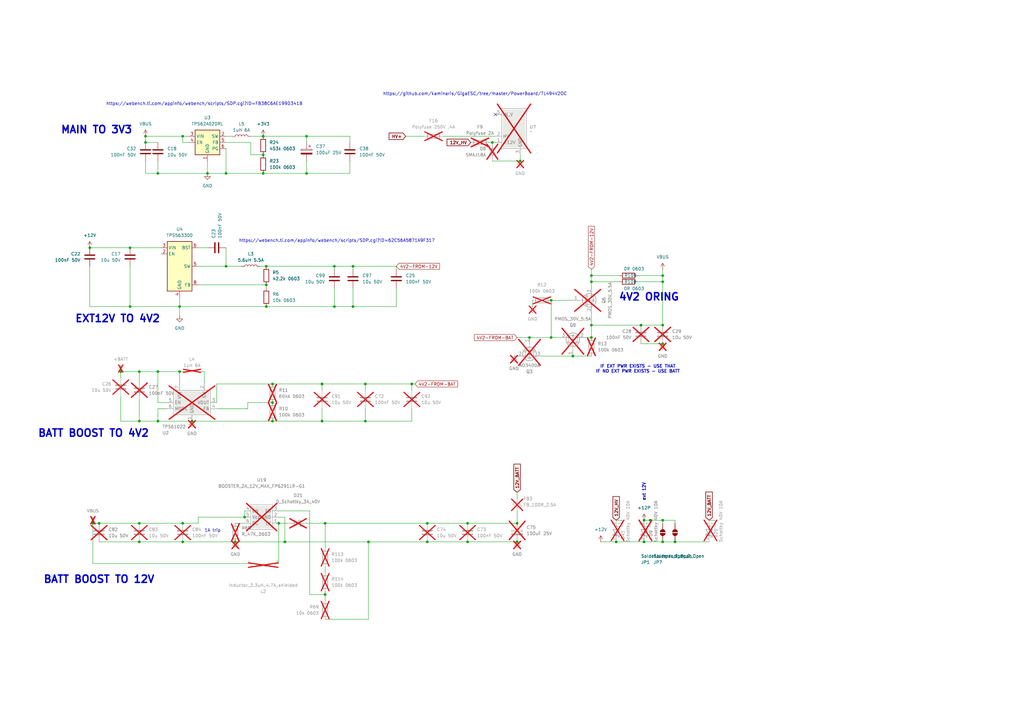
<source format=kicad_sch>
(kicad_sch (version 20250114) (generator "eeschema") (generator_version "9.0")
  (paper "A3")
  (title_block (title "VehicleMan") (date "2025-03-04") (rev "0") (company "©CC-BY-NC"))
  (lib_symbols
    (symbol "Converter_DCDC:TPS61022"
      (property "Reference" "U" (at 0 7.62 0))
      (property "Value" "TPS61022" (at 7.62 -7.62 0))
      (symbol "TPS61022_1_1"
        (pin input line (at -10.16 0 0) (length 2.54) (name "EN") (number "5"))
        (pin input line (at -10.16 -2.54 0) (length 2.54) (name "MODE") (number "6"))
        (pin power_in line (at -5.08 7.62 270) (length 2.54) (name "VIN") (number "7"))
        (pin power_in line (at 0 -7.62 90) (length 2.54) (name "GND") (number "1"))
        (pin input line (at 5.08 7.62 270) (length 2.54) (name "SW") (number "2"))
        (pin power_out line (at 10.16 0 180) (length 2.54) (name "VOUT") (number "3"))
        (pin input line (at 10.16 -2.54 180) (length 2.54) (name "FB") (number "4"))
      )
    )
    (symbol "Device:C" (pin_numbers (hide yes)) (pin_names (offset 0.254))
      (property "Reference" "C" (at 0.635 2.54 0))
      (property "Value" "C" (at 0.635 -2.54 0))
      (symbol "C_1_1"
        (pin passive line (at 0 3.81 270) (length 2.794) (name "~") (number "1"))
        (pin passive line (at 0 -3.81 90) (length 2.794) (name "~") (number "2"))
      )
    )
    (symbol "Device:C_Polarized" (pin_numbers (hide yes)) (pin_names (offset 0.254))
      (property "Reference" "C" (at 0.635 2.54 0))
      (property "Value" "C_Polarized" (at 0.635 -2.54 0))
      (symbol "C_Polarized_1_1"
        (pin passive line (at 0 3.81 270) (length 2.794) (name "~") (number "1"))
        (pin passive line (at 0 -3.81 90) (length 2.794) (name "~") (number "2"))
      )
    )
    (symbol "Device:D_Schottky_AAK" (pin_names (offset 0) (hide yes))
      (property "Reference" "D" (at 0 2.54 0))
      (property "Value" "D_Schottky_AAK" (at 0 -2.54 0))
      (symbol "D_Schottky_AAK_1_1"
        (pin passive line (at -3.81 0 0) (length 2.54) (name "K") (number "3"))
        (pin passive line (at 5.08 2.54 180) (length 2.54) (name "A") (number "1"))
        (pin passive line (at 5.08 0 180) (length 2.54) (name "A") (number "2"))
      )
    )
    (symbol "Device:L" (pin_numbers (hide yes)) (pin_names (offset 1.016) (hide yes))
      (property "Reference" "L" (at -1.27 0 90))
      (property "Value" "L" (at 1.905 0 90))
      (symbol "L_1_1"
        (pin passive line (at 0 3.81 270) (length 1.27) (name "1") (number "1"))
        (pin passive line (at 0 -3.81 90) (length 1.27) (name "2") (number "2"))
      )
    )
    (symbol "Device:Polyfuse" (pin_numbers (hide yes)) (pin_names (offset 0))
      (property "Reference" "F" (at -2.54 0 90))
      (property "Value" "Polyfuse" (at 2.54 0 90))
      (symbol "Polyfuse_1_1"
        (pin passive line (at 0 3.81 270) (length 1.27) (name "~") (number "1"))
        (pin passive line (at 0 -3.81 90) (length 1.27) (name "~") (number "2"))
      )
    )
    (symbol "Device:R" (pin_numbers (hide yes)) (pin_names (offset 0))
      (property "Reference" "R" (at 2.032 0 90))
      (property "Value" "R" (at 0 0 90))
      (symbol "R_1_1"
        (pin passive line (at 0 3.81 270) (length 1.27) (name "~") (number "1"))
        (pin passive line (at 0 -3.81 90) (length 1.27) (name "~") (number "2"))
      )
    )
    (symbol "Diode:SMAJ18A" (pin_numbers (hide yes)) (pin_names (offset 1.016) (hide yes))
      (property "Reference" "D" (at 0 2.54 0))
      (property "Value" "SMAJ18A" (at 0 -2.54 0))
      (symbol "SMAJ18A_1_1"
        (pin passive line (at -3.81 0 0) (length 2.54) (name "A1") (number "1"))
        (pin passive line (at 3.81 0 180) (length 2.54) (name "A2") (number "2"))
      )
    )
    (symbol "Jumper:SolderJumper_2_Open" (pin_numbers (hide yes)) (pin_names (offset 0) (hide yes)) (exclude_from_sim yes) (in_bom no)
      (property "Reference" "JP" (at 0 2.032 0))
      (property "Value" "SolderJumper_2_Open" (at 0 -2.54 0))
      (symbol "SolderJumper_2_Open_1_1"
        (pin passive line (at -3.81 0 0) (length 2.54) (name "A") (number "1"))
        (pin passive line (at 3.81 0 180) (length 2.54) (name "B") (number "2"))
      )
    )
    (symbol "Regulator_Switching:TPS563300"
      (property "Reference" "U" (at 0 13.97 0))
      (property "Value" "TPS563300" (at 0 11.43 0))
      (symbol "TPS563300_1_1"
        (pin power_in line (at -7.62 7.62 0) (length 2.54) (name "VIN") (number "3"))
        (pin input line (at -7.62 5.08 0) (length 2.54) (name "EN") (number "2"))
        (pin no_connect line (at -5.08 -2.54 0) (length 2.54) (hide yes) (name "NC") (number "7"))
        (pin no_connect line (at -5.08 -5.08 0) (length 2.54) (hide yes) (name "NC") (number "1"))
        (pin power_in line (at 0 -12.7 90) (length 2.54) (name "GND") (number "4"))
        (pin passive line (at 7.62 7.62 180) (length 2.54) (name "BST") (number "6"))
        (pin output line (at 7.62 0 180) (length 2.54) (name "SW") (number "5"))
        (pin input line (at 7.62 -7.62 180) (length 2.54) (name "FB") (number "8"))
      )
    )
    (symbol "Regulator_Switching:TPS62A02DRL"
      (property "Reference" "U" (at -5.08 6.35 0))
      (property "Value" "TPS62A02DRL" (at 0 6.35 0))
      (symbol "TPS62A02DRL_1_1"
        (pin power_in line (at -7.62 2.54 0) (length 2.54) (name "VIN") (number "3"))
        (pin input line (at -7.62 0 0) (length 2.54) (name "EN") (number "4"))
        (pin power_in line (at 0 -7.62 90) (length 2.54) (name "GND") (number "1"))
        (pin power_out line (at 7.62 2.54 180) (length 2.54) (name "SW") (number "2"))
        (pin input line (at 7.62 0 180) (length 2.54) (name "FB") (number "5"))
        (pin open_collector line (at 7.62 -2.54 180) (length 2.54) (name "PG") (number "6"))
      )
    )
    (symbol "Skrubis:BOOSTER_2A_12V_MAX_FP6291LR-G1"
      (property "Reference" "U?" (at 0.635 16.51 0))
      (property "Value" "BOOSTER_2A_12V_MAX_FP6291LR-G1" (at 0.635 15.24 0))
      (property "LCSC" "C18701" (at 0.635 13.97 0))
      (property "STOCK" "N" (at 0 0 0))
      (symbol "BOOSTER_2A_12V_MAX_FP6291LR-G1_1_1"
        (pin power_out line (at -7.62 -5.08 0) (length 2.54) (name "LX") (number "1"))
        (pin power_in line (at -7.62 -7.62 0) (length 2.54) (name "GND") (number "2"))
        (pin input line (at -7.62 -10.16 0) (length 2.54) (name "FB") (number "3"))
        (pin input line (at 6.35 -5.08 180) (length 2.54) (name "OC") (number "6"))
        (pin power_in line (at 6.35 -7.62 180) (length 2.54) (name "Vcc") (number "5"))
        (pin input line (at 6.35 -10.16 180) (length 2.54) (name "EN") (number "4"))
      )
    )
    (symbol "Skrubis:D_Schottky_3A_40V" (pin_numbers (hide yes)) (pin_names (offset 1.016) (hide yes))
      (property "Reference" "D?" (at 0 2.54 0))
      (property "Value" "D_Schottky_3A_40V" (at 0 -3.81 0))
      (property "LCSC" "C354996" (at 0 -2.54 0))
      (property "Stock" "N" (at 2.54 -2.54 0))
      (symbol "D_Schottky_3A_40V_1_1"
        (pin passive line (at -3.81 0 0) (length 2.54) (name "K") (number "1"))
        (pin passive line (at 3.81 0 180) (length 2.54) (name "A") (number "2"))
      )
    )
    (symbol "Skrubis:FB_100R_2.5A" (pin_numbers (hide yes)) (pin_names (offset 0))
      (property "Reference" "FB?" (at -0.0381 6.35 90))
      (property "Value" "FB_100R_2.5A" (at 3.81 3.81 90))
      (property "STOCK" "N" (at 0 0 0))
      (symbol "FB_100R_2.5A_1_1"
        (pin passive line (at 0 2.54 270) (length 1.27) (name "~") (number "1"))
        (pin passive line (at 0 -2.54 90) (length 1.27) (name "~") (number "2"))
      )
    )
    (symbol "Skrubis:Inductor_3.3uH_4.7A_shielded" (pin_numbers (hide yes)) (pin_names (offset 0))
      (property "Reference" "L?" (at 0 6.35 0))
      (property "Value" "Inductor_3.3uH_4.7A_shielded" (at 0 3.81 0))
      (property "LCSC" "C216194" (at -1.27 2.54 0))
      (property "STOCK" "N" (at 2.54 2.54 0))
      (symbol "Inductor_3.3uH_4.7A_shielded_1_1"
        (pin input line (at -6.35 0 0) (length 1.27) (name "1") (number "1"))
        (pin input line (at 6.35 0 180) (length 1.27) (name "2") (number "2"))
      )
    )
    (symbol "Skrubis:Q_PMOS_30V_5.5A_SOT23" (pin_names (offset 0) (hide yes))
      (property "Reference" "Q?" (at 6.35 1.2701 0))
      (property "Value" "Q_PMOS_30V_5.5A_SOT23" (at 6.35 -1.2699 0))
      (property "LCSC" "C105162" (at 0 0 0))
      (property "STOCK" "N" (at 0 0 0))
      (symbol "Q_PMOS_30V_5.5A_SOT23_1_1"
        (pin input line (at -5.08 0 0) (length 2.54) (name "G") (number "1"))
        (pin passive line (at 2.54 5.08 270) (length 2.54) (name "D") (number "3"))
        (pin passive line (at 2.54 -5.08 90) (length 2.54) (name "S") (number "2"))
      )
    )
    (symbol "Skrubis:R_100K_0603" (pin_numbers (hide yes)) (pin_names (offset 0))
      (property "Reference" "R?" (at 2.54 3.8101 0))
      (property "Value" "R_100K_0603" (at 2.54 1.2701 0))
      (property "LCSC" "C2907088" (at 2.54 -1.2699 0))
      (property "STOCK" "N" (at 2.54 -3.8099 0))
      (symbol "R_100K_0603_1_1"
        (pin passive line (at 0 3.81 270) (length 1.27) (name "~") (number "1"))
        (pin passive line (at 0 -3.81 90) (length 1.27) (name "~") (number "2"))
      )
    )
    (symbol "Transistor_FET:AO3400A" (pin_names (hide yes))
      (property "Reference" "Q" (at 5.08 1.905 0))
      (property "Value" "AO3400A" (at 5.08 0 0))
      (symbol "AO3400A_1_1"
        (pin input line (at -5.08 0 0) (length 2.54) (name "G") (number "1"))
        (pin passive line (at 2.54 5.08 270) (length 2.54) (name "D") (number "3"))
        (pin passive line (at 2.54 -5.08 90) (length 2.54) (name "S") (number "2"))
      )
    )
    (symbol "power:+12P" (power) (pin_numbers (hide yes)) (pin_names (offset 0) (hide yes))
      (property "Value" "+12P" (at 0 3.556 0))
      (symbol "+12P_1_1"
        (pin power_in line (at 0 0 90) (length 0) (name "~") (number "1"))
      )
    )
    (symbol "power:+12V" (power) (pin_numbers (hide yes)) (pin_names (offset 0) (hide yes))
      (property "Value" "+12V" (at 0 3.556 0))
      (symbol "+12V_1_1"
        (pin power_in line (at 0 0 90) (length 0) (name "~") (number "1"))
      )
    )
    (symbol "power:+3V3" (power) (pin_numbers (hide yes)) (pin_names (offset 0) (hide yes))
      (property "Value" "+3V3" (at 0 3.556 0))
      (symbol "+3V3_1_1"
        (pin power_in line (at 0 0 90) (length 0) (name "~") (number "1"))
      )
    )
    (symbol "power:+BATT" (power) (pin_numbers (hide yes)) (pin_names (offset 0) (hide yes))
      (property "Value" "+BATT" (at 0 3.556 0))
      (symbol "+BATT_1_1"
        (pin power_in line (at 0 0 90) (length 0) (name "~") (number "1"))
      )
    )
    (symbol "power:GND" (power) (pin_numbers (hide yes)) (pin_names (offset 0) (hide yes))
      (property "Value" "GND" (at 0 -3.81 0))
      (symbol "GND_1_1"
        (pin power_in line (at 0 0 270) (length 0) (name "~") (number "1"))
      )
    )
    (symbol "power:VBUS" (power) (pin_numbers (hide yes)) (pin_names (offset 0) (hide yes))
      (property "Value" "VBUS" (at 0 3.556 0))
      (symbol "VBUS_1_1"
        (pin power_in line (at 0 0 90) (length 0) (name "~") (number "1"))
      )
    )
    (symbol "vehicle-manager:HV_PS"
      (property "Reference" "U" (at 2.54 0.762 0))
      (symbol "HV_PS_1_1"
        (pin input line (at -3.81 6.35 0) (length 2.54) (name "IN_V") (number "5"))
        (pin input line (at -3.81 -2.54 0) (length 2.54) (name "HV") (number "2"))
        (pin input line (at -3.81 -5.08 0) (length 2.54) (name "+12V") (number "1"))
        (pin input line (at 6.35 -10.16 90) (length 2.54) (name "GND") (number "3"))
      )
    )
  )
  (text "BATT BOOST TO 4V2\n" (at 38.354 177.8 0) (effects (font (size 3 3) (thickness 0.6) (bold yes))))
  (text "1A trip\n" (at 83.82 218.44 0) (effects (font (size 1.27 1.27)) (justify left bottom)))
  (text "IF EXT PWR EXISTS - USE THAT\nIF NO EXT PWR EXISTS - USE BATT\n" (at 261.62 151.384 0) (effects (font (size 1.27 1.27) (thickness 0.254) (bold yes))))
  (text "https://github.com/kaminaris/GigaESC/tree/master/PowerBoard/TL494V2OC" (at 194.818 38.608 0) (effects (font (size 1.27 1.27))))
  (text "4V2 ORING\n" (at 266.192 121.92 0) (effects (font (size 3 3) (thickness 0.6) (bold yes))))
  (text "https://webench.ti.com/appinfo/webench/scripts/SDP.cgi?ID=62C56A5871A9F317" (at 138.176 98.806 0) (effects (font (size 1.27 1.27))))
  (text "MAIN TO 3V3\n" (at 39.624 53.34 0) (effects (font (size 3 3) (thickness 0.6) (bold yes))))
  (text "EXT12V TO 4V2\n" (at 48.26 130.81 0) (effects (font (size 3 3) (thickness 0.6) (bold yes))))
  (text "https://webench.ti.com/appinfo/webench/scripts/SDP.cgi?ID=FB38C6AE199D341B" (at 83.82 42.672 0) (effects (font (size 1.27 1.27))))
  (text "BATT BOOST TO 12V\n" (at 40.64 237.744 0) (effects (font (size 3 3) (thickness 0.6) (bold yes))))
  (text "ext 12V\n" (at 264.16 201.676 90) (effects (font (size 1.27 1.27) (thickness 0.254) (bold yes))))
  (junction (at 175.26 214.63))
  (junction (at 74.93 214.63))
  (junction (at 78.74 172.72))
  (junction (at 242.57 113.03))
  (junction (at 201.93 58.42))
  (junction (at 271.78 222.25))
  (junction (at 53.34 125.73))
  (junction (at 57.15 152.4))
  (junction (at 116.84 222.25))
  (junction (at 59.69 58.42))
  (junction (at 109.22 116.84))
  (junction (at 137.16 125.73))
  (junction (at 212.09 222.25))
  (junction (at 53.34 101.6))
  (junction (at 234.95 146.05))
  (junction (at 175.26 222.25))
  (junction (at 49.53 152.4))
  (junction (at 271.78 140.97))
  (junction (at 271.78 213.36))
  (junction (at 276.86 222.25))
  (junction (at 114.3 214.63))
  (junction (at 252.73 222.25))
  (junction (at 125.73 55.88))
  (junction (at 212.09 214.63))
  (junction (at 109.22 125.73))
  (junction (at 226.06 123.19))
  (junction (at 137.16 109.22))
  (junction (at 125.73 71.12))
  (junction (at 133.35 214.63))
  (junction (at 73.66 152.4))
  (junction (at 111.76 172.72))
  (junction (at 85.09 71.12))
  (junction (at 266.7 213.36))
  (junction (at 144.78 125.73))
  (junction (at 149.86 172.72))
  (junction (at 242.57 115.57))
  (junction (at 109.22 109.22))
  (junction (at 57.15 222.25))
  (junction (at 64.77 152.4))
  (junction (at 64.77 71.12))
  (junction (at 242.57 133.35))
  (junction (at 144.78 109.22))
  (junction (at 92.71 71.12))
  (junction (at 264.16 213.36))
  (junction (at 226.06 138.43))
  (junction (at 100.33 212.09))
  (junction (at 111.76 157.48))
  (junction (at 133.35 243.84))
  (junction (at 74.93 55.88))
  (junction (at 271.78 133.35))
  (junction (at 59.69 55.88))
  (junction (at 57.15 172.72))
  (junction (at 107.95 63.5))
  (junction (at 217.17 138.43))
  (junction (at 264.16 222.25))
  (junction (at 132.08 157.48))
  (junction (at 107.95 55.88))
  (junction (at 191.77 222.25))
  (junction (at 191.77 214.63))
  (junction (at 64.77 172.72))
  (junction (at 57.15 214.63))
  (junction (at 111.76 165.1))
  (junction (at 96.52 222.25))
  (junction (at 38.1 214.63))
  (junction (at 151.13 222.25))
  (junction (at 92.71 109.22))
  (junction (at 74.93 222.25))
  (junction (at 132.08 172.72))
  (junction (at 149.86 157.48))
  (junction (at 213.36 66.04))
  (junction (at 73.66 125.73))
  (junction (at 168.91 157.48))
  (junction (at 271.78 113.03))
  (junction (at 262.89 133.35))
  (junction (at 107.95 71.12))
  (junction (at 242.57 138.43))
  (junction (at 36.83 101.6))
  (junction (at 271.78 115.57))
  (junction (at 40.64 214.63))
  (no_connect (at 203.2 46.99))
  (wire (pts (xy 59.69 55.88) (xy 59.69 58.42)))
  (wire (pts (xy 151.13 222.25) (xy 175.26 222.25)))
  (wire (pts (xy 74.93 58.42) (xy 74.93 55.88)))
  (wire (pts (xy 252.73 222.25) (xy 264.16 222.25)))
  (wire (pts (xy 170.18 157.48) (xy 168.91 157.48)))
  (wire (pts (xy 143.51 71.12) (xy 143.51 66.04)))
  (wire (pts (xy 57.15 152.4) (xy 64.77 152.4)))
  (wire (pts (xy 114.3 212.09) (xy 116.84 212.09)))
  (wire (pts (xy 144.78 109.22) (xy 162.56 109.22)))
  (wire (pts (xy 85.09 71.12) (xy 85.09 66.04)))
  (wire (pts (xy 252.73 213.36) (xy 255.27 213.36)))
  (wire (pts (xy 125.73 55.88) (xy 143.51 55.88)))
  (wire (pts (xy 276.86 213.36) (xy 271.78 213.36)))
  (wire (pts (xy 175.26 222.25) (xy 191.77 222.25)))
  (wire (pts (xy 107.95 71.12) (xy 125.73 71.12)))
  (wire (pts (xy 133.35 254) (xy 151.13 254)))
  (wire (pts (xy 144.78 125.73) (xy 162.56 125.73)))
  (wire (pts (xy 266.7 213.36) (xy 271.78 213.36)))
  (wire (pts (xy 226.06 138.43) (xy 229.87 138.43)))
  (wire (pts (xy 64.77 71.12) (xy 85.09 71.12)))
  (wire (pts (xy 276.86 222.25) (xy 290.83 222.25)))
  (wire (pts (xy 38.1 214.63) (xy 40.64 214.63)))
  (wire (pts (xy 261.62 115.57) (xy 271.78 115.57)))
  (wire (pts (xy 40.64 222.25) (xy 57.15 222.25)))
  (wire (pts (xy 127 209.55) (xy 127 243.84)))
  (wire (pts (xy 57.15 163.83) (xy 57.15 172.72)))
  (wire (pts (xy 81.28 212.09) (xy 100.33 212.09)))
  (wire (pts (xy 262.89 133.35) (xy 271.78 133.35)))
  (wire (pts (xy 81.28 101.6) (xy 85.09 101.6)))
  (wire (pts (xy 49.53 152.4) (xy 57.15 152.4)))
  (wire (pts (xy 57.15 172.72) (xy 64.77 172.72)))
  (wire (pts (xy 234.95 146.05) (xy 242.57 146.05)))
  (wire (pts (xy 168.91 172.72) (xy 149.86 172.72)))
  (wire (pts (xy 59.69 55.88) (xy 74.93 55.88)))
  (wire (pts (xy 36.83 125.73) (xy 53.34 125.73)))
  (wire (pts (xy 162.56 109.22) (xy 162.56 110.49)))
  (wire (pts (xy 210.82 146.05) (xy 212.09 146.05)))
  (wire (pts (xy 137.16 109.22) (xy 144.78 109.22)))
  (wire (pts (xy 73.66 152.4) (xy 74.93 152.4)))
  (wire (pts (xy 73.66 125.73) (xy 109.22 125.73)))
  (wire (pts (xy 64.77 165.1) (xy 64.77 152.4)))
  (wire (pts (xy 101.6 167.64) (xy 101.6 165.1)))
  (wire (pts (xy 57.15 222.25) (xy 74.93 222.25)))
  (wire (pts (xy 100.33 209.55) (xy 100.33 212.09)))
  (wire (pts (xy 81.28 116.84) (xy 109.22 116.84)))
  (wire (pts (xy 81.28 214.63) (xy 81.28 212.09)))
  (wire (pts (xy 276.86 214.63) (xy 276.86 213.36)))
  (wire (pts (xy 137.16 109.22) (xy 137.16 110.49)))
  (wire (pts (xy 290.83 213.36) (xy 293.37 213.36)))
  (wire (pts (xy 64.77 172.72) (xy 78.74 172.72)))
  (wire (pts (xy 242.57 115.57) (xy 254 115.57)))
  (wire (pts (xy 132.08 157.48) (xy 132.08 160.02)))
  (wire (pts (xy 111.76 157.48) (xy 132.08 157.48)))
  (wire (pts (xy 175.26 214.63) (xy 191.77 214.63)))
  (wire (pts (xy 92.71 109.22) (xy 99.06 109.22)))
  (wire (pts (xy 92.71 58.42) (xy 102.87 58.42)))
  (wire (pts (xy 49.53 154.94) (xy 49.53 152.4)))
  (wire (pts (xy 101.6 231.14) (xy 38.1 231.14)))
  (wire (pts (xy 59.69 71.12) (xy 59.69 66.04)))
  (wire (pts (xy 111.76 157.48) (xy 88.9 157.48)))
  (wire (pts (xy 149.86 167.64) (xy 149.86 172.72)))
  (wire (pts (xy 133.35 243.84) (xy 133.35 242.57)))
  (wire (pts (xy 114.3 214.63) (xy 118.11 214.63)))
  (wire (pts (xy 144.78 109.22) (xy 144.78 110.49)))
  (wire (pts (xy 109.22 125.73) (xy 137.16 125.73)))
  (wire (pts (xy 36.83 101.6) (xy 53.34 101.6)))
  (wire (pts (xy 111.76 172.72) (xy 78.74 172.72)))
  (wire (pts (xy 59.69 71.12) (xy 64.77 71.12)))
  (wire (pts (xy 109.22 109.22) (xy 137.16 109.22)))
  (wire (pts (xy 36.83 109.22) (xy 36.83 125.73)))
  (wire (pts (xy 242.57 115.57) (xy 242.57 118.11)))
  (wire (pts (xy 96.52 214.63) (xy 100.33 214.63)))
  (wire (pts (xy 168.91 157.48) (xy 149.86 157.48)))
  (wire (pts (xy 83.82 152.4) (xy 83.82 157.48)))
  (wire (pts (xy 242.57 113.03) (xy 242.57 115.57)))
  (wire (pts (xy 64.77 167.64) (xy 64.77 172.72)))
  (wire (pts (xy 125.73 66.04) (xy 125.73 71.12)))
  (wire (pts (xy 271.78 222.25) (xy 276.86 222.25)))
  (wire (pts (xy 74.93 55.88) (xy 77.47 55.88)))
  (wire (pts (xy 59.69 58.42) (xy 64.77 58.42)))
  (wire (pts (xy 102.87 55.88) (xy 107.95 55.88)))
  (wire (pts (xy 49.53 172.72) (xy 57.15 172.72)))
  (wire (pts (xy 226.06 123.19) (xy 226.06 138.43)))
  (wire (pts (xy 234.95 123.19) (xy 226.06 123.19)))
  (wire (pts (xy 64.77 71.12) (xy 64.77 66.04)))
  (wire (pts (xy 242.57 110.49) (xy 242.57 113.03)))
  (wire (pts (xy 74.93 214.63) (xy 81.28 214.63)))
  (wire (pts (xy 264.16 213.36) (xy 266.7 213.36)))
  (wire (pts (xy 212.09 201.93) (xy 212.09 204.47)))
  (wire (pts (xy 143.51 55.88) (xy 143.51 58.42)))
  (wire (pts (xy 132.08 172.72) (xy 111.76 172.72)))
  (wire (pts (xy 88.9 157.48) (xy 88.9 165.1)))
  (wire (pts (xy 64.77 152.4) (xy 73.66 152.4)))
  (wire (pts (xy 127 243.84) (xy 133.35 243.84)))
  (wire (pts (xy 127 209.55) (xy 114.3 209.55)))
  (wire (pts (xy 217.17 138.43) (xy 226.06 138.43)))
  (wire (pts (xy 166.37 55.88) (xy 173.99 55.88)))
  (wire (pts (xy 149.86 172.72) (xy 132.08 172.72)))
  (wire (pts (xy 92.71 71.12) (xy 85.09 71.12)))
  (wire (pts (xy 201.93 58.42) (xy 203.2 58.42)))
  (wire (pts (xy 77.47 58.42) (xy 74.93 58.42)))
  (wire (pts (xy 116.84 222.25) (xy 151.13 222.25)))
  (wire (pts (xy 81.28 109.22) (xy 92.71 109.22)))
  (wire (pts (xy 92.71 60.96) (xy 92.71 71.12)))
  (wire (pts (xy 181.61 55.88) (xy 203.2 55.88)))
  (wire (pts (xy 92.71 71.12) (xy 107.95 71.12)))
  (wire (pts (xy 149.86 157.48) (xy 149.86 160.02)))
  (wire (pts (xy 200.66 58.42) (xy 201.93 58.42)))
  (wire (pts (xy 102.87 58.42) (xy 102.87 63.5)))
  (wire (pts (xy 242.57 133.35) (xy 262.89 133.35)))
  (wire (pts (xy 246.38 222.25) (xy 252.73 222.25)))
  (wire (pts (xy 162.56 125.73) (xy 162.56 118.11)))
  (wire (pts (xy 133.35 243.84) (xy 133.35 246.38)))
  (wire (pts (xy 149.86 157.48) (xy 132.08 157.48)))
  (wire (pts (xy 82.55 152.4) (xy 83.82 152.4)))
  (wire (pts (xy 212.09 209.55) (xy 212.09 214.63)))
  (wire (pts (xy 151.13 222.25) (xy 151.13 254)))
  (wire (pts (xy 271.78 214.63) (xy 271.78 213.36)))
  (wire (pts (xy 125.73 71.12) (xy 143.51 71.12)))
  (wire (pts (xy 109.22 116.84) (xy 109.22 118.11)))
  (wire (pts (xy 213.36 63.5) (xy 213.36 66.04)))
  (wire (pts (xy 242.57 128.27) (xy 242.57 133.35)))
  (wire (pts (xy 57.15 152.4) (xy 57.15 156.21)))
  (wire (pts (xy 125.73 55.88) (xy 125.73 58.42)))
  (wire (pts (xy 53.34 125.73) (xy 73.66 125.73)))
  (wire (pts (xy 38.1 231.14) (xy 38.1 214.63)))
  (wire (pts (xy 132.08 167.64) (xy 132.08 172.72)))
  (wire (pts (xy 271.78 115.57) (xy 271.78 113.03)))
  (wire (pts (xy 107.95 55.88) (xy 125.73 55.88)))
  (wire (pts (xy 102.87 63.5) (xy 107.95 63.5)))
  (wire (pts (xy 144.78 118.11) (xy 144.78 125.73)))
  (wire (pts (xy 73.66 157.48) (xy 73.66 152.4)))
  (wire (pts (xy 261.62 113.03) (xy 271.78 113.03)))
  (wire (pts (xy 68.58 165.1) (xy 64.77 165.1)))
  (wire (pts (xy 168.91 167.64) (xy 168.91 172.72)))
  (wire (pts (xy 53.34 109.22) (xy 53.34 125.73)))
  (wire (pts (xy 73.66 129.54) (xy 73.66 125.73)))
  (wire (pts (xy 106.68 109.22) (xy 109.22 109.22)))
  (wire (pts (xy 114.3 214.63) (xy 114.3 231.14)))
  (wire (pts (xy 74.93 222.25) (xy 96.52 222.25)))
  (wire (pts (xy 53.34 101.6) (xy 66.04 101.6)))
  (wire (pts (xy 49.53 162.56) (xy 49.53 172.72)))
  (wire (pts (xy 88.9 167.64) (xy 101.6 167.64)))
  (wire (pts (xy 92.71 55.88) (xy 95.25 55.88)))
  (wire (pts (xy 242.57 113.03) (xy 254 113.03)))
  (wire (pts (xy 125.73 214.63) (xy 133.35 214.63)))
  (wire (pts (xy 133.35 214.63) (xy 175.26 214.63)))
  (wire (pts (xy 168.91 157.48) (xy 168.91 160.02)))
  (wire (pts (xy 68.58 167.64) (xy 64.77 167.64)))
  (wire (pts (xy 191.77 214.63) (xy 212.09 214.63)))
  (wire (pts (xy 57.15 214.63) (xy 74.93 214.63)))
  (wire (pts (xy 242.57 133.35) (xy 242.57 138.43)))
  (wire (pts (xy 137.16 118.11) (xy 137.16 125.73)))
  (wire (pts (xy 137.16 125.73) (xy 144.78 125.73)))
  (wire (pts (xy 218.44 125.73) (xy 218.44 123.19)))
  (wire (pts (xy 133.35 214.63) (xy 133.35 224.79)))
  (wire (pts (xy 40.64 214.63) (xy 57.15 214.63)))
  (wire (pts (xy 73.66 125.73) (xy 73.66 121.92)))
  (wire (pts (xy 271.78 133.35) (xy 271.78 115.57)))
  (wire (pts (xy 201.93 66.04) (xy 213.36 66.04)))
  (wire (pts (xy 101.6 165.1) (xy 111.76 165.1)))
  (wire (pts (xy 191.77 222.25) (xy 212.09 222.25)))
  (wire (pts (xy 133.35 232.41) (xy 133.35 234.95)))
  (wire (pts (xy 271.78 113.03) (xy 271.78 110.49)))
  (wire (pts (xy 262.89 140.97) (xy 271.78 140.97)))
  (wire (pts (xy 240.03 138.43) (xy 242.57 138.43)))
  (wire (pts (xy 116.84 222.25) (xy 96.52 222.25)))
  (wire (pts (xy 222.25 146.05) (xy 234.95 146.05)))
  (wire (pts (xy 264.16 222.25) (xy 271.78 222.25)))
  (wire (pts (xy 212.09 138.43) (xy 217.17 138.43)))
  (wire (pts (xy 92.71 101.6) (xy 92.71 109.22)))
  (wire (pts (xy 116.84 212.09) (xy 116.84 222.25)))
  (global_label "HV+" (shape input) (at 166.37 55.88 180) (effects (font (thickness 0.254) (bold yes))) (property "Intersheetrefs" "${INTERSHEET_REFS}" (effects (hide yes))))
  (global_label "12V_BATT" (shape input) (at 212.09 201.93 90) (effects (font (thickness 0.254) (bold yes))) (property "Intersheetrefs" "${INTERSHEET_REFS}" (effects (hide yes))))
  (global_label "12V_HV" (shape input) (at 252.73 213.36 90) (effects (font (thickness 0.254) (bold yes))) (property "Intersheetrefs" "${INTERSHEET_REFS}" (effects (hide yes))))
  (global_label "4V2-FROM-12V" (shape input) (at 162.56 109.22 0) (property "Intersheetrefs" "${INTERSHEET_REFS}" (effects (hide yes))))
  (global_label "4V2-FROM-BAT" (shape input) (at 212.09 138.43 180) (property "Intersheetrefs" "${INTERSHEET_REFS}" (effects (hide yes))))
  (global_label "4V2-FROM-12V" (shape input) (at 242.57 110.49 90) (property "Intersheetrefs" "${INTERSHEET_REFS}" (effects (hide yes))))
  (global_label "12V_BATT" (shape input) (at 290.83 213.36 90) (effects (font (thickness 0.254) (bold yes))) (property "Intersheetrefs" "${INTERSHEET_REFS}" (effects (hide yes))))
  (global_label "4V2-FROM-BAT" (shape input) (at 170.18 157.48 0) (property "Intersheetrefs" "${INTERSHEET_REFS}" (effects (hide yes))))
  (global_label "12V_HV" (shape input) (at 193.04 58.42 180) (effects (font (thickness 0.254) (bold yes))) (property "Intersheetrefs" "${INTERSHEET_REFS}" (effects (hide yes))))
  (symbol (lib_id "Device:C") (at 168.91 163.83 0) (unit 1) (dnp yes)
    (property "Reference" "C92" (at 172.72 162.5599 0) (effects (justify left)))
    (property "Value" "10u 50V" (at 172.72 165.0999 0) (effects (justify left)))
    (property "Footprint" "Capacitor_SMD:C_1206_3216Metric" (effects (hide yes)))
    (property "Description" "Unpolarized capacitor" (effects (hide yes)))
    (property "LCSC" "C13585" (effects (hide yes)))
  )
  (symbol (lib_id "power:+12V") (at 36.83 101.6 0) (unit 1)
    (property "Reference" "#PWR020" (effects (hide yes)))
    (property "Value" "+12V" (at 36.83 96.52 0))
    (property "Description" "Power symbol creates a global label with name \"+12V\"" (effects (hide yes)))
  )
  (symbol (lib_id "Device:L") (at 99.06 55.88 90) (unit 1)
    (property "Reference" "L5" (at 99.06 50.8 90))
    (property "Value" "1uH 6A" (at 99.06 53.34 90))
    (property "Footprint" "Inductor_SMD:L_APV_APH0412" (effects (hide yes)))
    (property "Datasheet" "https://www.lcsc.com/datasheet/lcsc_datasheet_2410121734_Sumida-CDRH127-LDNP-120MC_C2454046.pdf" (effects (hide yes)))
    (property "Description" "Inductor" (effects (hide yes)))
    (property "LCSC" "C167203" (effects (hide yes)))
  )
  (symbol (lib_id "Device:C") (at 137.16 114.3 0) (mirror y) (unit 1)
    (property "Reference" "C99" (at 133.35 113.0299 0) (effects (justify left)))
    (property "Value" "10u 50V" (at 133.35 115.5699 0) (effects (justify left)))
    (property "Footprint" "Capacitor_SMD:C_1206_3216Metric" (effects (hide yes)))
    (property "Description" "Unpolarized capacitor" (effects (hide yes)))
    (property "LCSC" "C13585" (effects (hide yes)))
  )
  (symbol (lib_id "Device:R") (at 133.35 238.76 0) (unit 1) (dnp yes)
    (property "Reference" "R114" (at 135.89 237.4899 0) (effects (justify left)))
    (property "Value" "100k 0603" (at 135.89 240.0299 0) (effects (justify left)))
    (property "Footprint" "Resistor_SMD:R_0603_1608Metric" (effects (hide yes)))
    (property "Description" "Resistor" (effects (hide yes)))
    (property "LCSC" "C14675" (effects (hide yes)))
  )
  (symbol (lib_id "Device:C") (at 191.77 218.44 0) (mirror y) (unit 1) (dnp yes)
    (property "Reference" "C73" (at 195.58 217.1699 0) (effects (justify right)))
    (property "Value" "100nF 50V" (at 195.58 219.7099 0) (effects (justify right)))
    (property "Footprint" "Capacitor_SMD:C_0603_1608Metric" (effects (hide yes)))
    (property "Description" "Unpolarized capacitor" (effects (hide yes)))
    (property "LCSC" "C14663" (effects (hide yes)))
  )
  (symbol (lib_id "Device:C") (at 64.77 62.23 0) (unit 1)
    (property "Reference" "C18" (at 68.58 60.9599 0) (effects (justify left)))
    (property "Value" "10u 50V" (at 68.58 63.4999 0) (effects (justify left)))
    (property "Footprint" "Capacitor_SMD:C_1206_3216Metric" (effects (hide yes)))
    (property "Description" "Unpolarized capacitor" (effects (hide yes)))
    (property "LCSC" "C13585" (effects (hide yes)))
  )
  (symbol (lib_id "power:GND") (at 210.82 146.05 0) (unit 1) (dnp yes)
    (property "Reference" "#PWR027" (effects (hide yes)))
    (property "Value" "GND" (at 210.82 151.13 0))
  )
  (symbol (lib_id "power:VBUS") (at 59.69 55.88 0) (unit 1)
    (property "Reference" "#PWR08" (effects (hide yes)))
    (property "Value" "VBUS" (at 59.69 50.8 0))
    (property "Description" "Power symbol creates a global label with name \"VBUS\"" (effects (hide yes)))
  )
  (symbol (lib_id "Device:D_Schottky_AAK") (at 290.83 218.44 270) (mirror x) (unit 1) (dnp yes)
    (property "Reference" "D20" (at 293.624 216.662 0) (effects (justify right)))
    (property "Value" "Schottky 40V 10A" (at 295.656 205.232 0) (effects (justify right)))
    (property "Footprint" "Package_TO_SOT_SMD:TO-277B" (effects (hide yes)))
    (property "Description" "Schottky diode, anode on pins 1 and 2" (effects (hide yes)))
    (property "LCSC" "C2988031" (effects (hide yes)))
  )
  (symbol (lib_id "Skrubis:R_100K_0603") (at 96.52 218.44 0) (unit 1) (dnp yes)
    (property "Reference" "R68" (at 99.06 216.535 0) (effects (justify left)))
    (property "Value" "R_47K_0603" (at 99.06 219.075 0) (effects (justify left)))
    (property "Footprint" "Resistor_SMD:R_0603_1608Metric" (effects (hide yes)))
    (property "LCSC" "C2907173" (effects (hide yes)))
    (property "STOCK" "N" (effects (hide yes)))
  )
  (symbol (lib_id "Device:Polyfuse") (at 196.85 58.42 90) (unit 1) (dnp yes)
    (property "Reference" "F9" (at 196.85 52.07 90))
    (property "Value" "Polyfuse 2A" (at 196.85 54.61 90))
    (property "Footprint" "Fuse:Fuse_2920_7451Metric" (effects (hide yes)))
    (property "Description" "Resettable fuse, polymeric positive temperature coefficient" (effects (hide yes)))
    (property "LCSC" "C6165181" (effects (hide yes)))
  )
  (symbol (lib_id "Skrubis:BOOSTER_2A_12V_MAX_FP6291LR-G1") (at 106.68 219.71 180) (unit 1) (dnp yes)
    (property "Reference" "U19" (at 107.315 196.85 0))
    (property "Value" "BOOSTER_2A_12V_MAX_FP6291LR-G1" (at 107.315 199.39 0))
    (property "Footprint" "Package_TO_SOT_SMD:SOT-23-6" (effects (hide yes)))
    (property "Datasheet" "https://datasheet.lcsc.com/lcsc/1810182113_Advanced-Analog-Technology-FP6291LR-G1_C18701.pdf" (effects (hide yes)))
    (property "LCSC" "C18701" (effects (hide yes)))
    (property "STOCK" "N" (effects (hide yes)))
  )
  (symbol (lib_id "power:VBUS") (at 38.1 214.63 0) (unit 1) (dnp yes)
    (property "Reference" "#PWR083" (effects (hide yes)))
    (property "Value" "VBUS" (at 38.1 209.55 0))
  )
  (symbol (lib_id "power:GND") (at 212.09 222.25 0) (unit 1) (dnp yes)
    (property "Reference" "#PWR086" (effects (hide yes)))
    (property "Value" "GND" (at 212.09 227.33 0))
  )
  (symbol (lib_id "Device:C") (at 175.26 218.44 0) (unit 1) (dnp yes)
    (property "Reference" "C74" (at 179.07 217.1699 0) (effects (justify left)))
    (property "Value" "10u 50V" (at 179.07 219.7099 0) (effects (justify left)))
    (property "Footprint" "Capacitor_SMD:C_1206_3216Metric" (effects (hide yes)))
    (property "Description" "Unpolarized capacitor" (effects (hide yes)))
    (property "LCSC" "C13585" (effects (hide yes)))
  )
  (symbol (lib_id "Device:Polyfuse") (at 177.8 55.88 90) (unit 1) (dnp yes)
    (property "Reference" "F16" (at 177.8 49.53 90))
    (property "Value" "Polyfuse 250V .4A" (at 177.8 52.07 90))
    (property "Footprint" "Fuse:Fuse_Bourns_MF-RHT200" (effects (hide yes)))
    (property "Description" "Resettable fuse, polymeric positive temperature coefficient" (effects (hide yes)))
    (property "LCSC" "C693579" (effects (hide yes)))
  )
  (symbol (lib_id "Transistor_FET:AO3400A") (at 217.17 143.51 270) (unit 1) (dnp yes)
    (property "Reference" "Q3" (at 217.17 152.4 90))
    (property "Value" "AO3400A" (at 217.17 149.86 90))
    (property "Footprint" "Package_TO_SOT_SMD:SOT-23" (effects (hide yes)))
    (property "Datasheet" "http://www.aosmd.com/pdfs/datasheet/AO3400A.pdf" (effects (hide yes)))
    (property "Description" "30V Vds, 5.7A Id, N-Channel MOSFET, SOT-23" (effects (hide yes)))
    (property "LCSC" "C347475" (effects (hide yes)))
  )
  (symbol (lib_id "Device:C") (at 74.93 218.44 0) (mirror y) (unit 1) (dnp yes)
    (property "Reference" "C84" (at 78.74 217.1699 0) (effects (justify right)))
    (property "Value" "100nF 50V" (at 78.74 219.7099 0) (effects (justify right)))
    (property "Footprint" "Capacitor_SMD:C_0603_1608Metric" (effects (hide yes)))
    (property "Description" "Unpolarized capacitor" (effects (hide yes)))
    (property "LCSC" "C14663" (effects (hide yes)))
  )
  (symbol (lib_id "Device:C_Polarized") (at 212.09 218.44 0) (mirror y) (unit 1) (dnp yes)
    (property "Reference" "C75" (at 215.9 216.2809 0) (effects (justify right)))
    (property "Value" "100uF 25V" (at 215.9 218.8209 0) (effects (justify right)))
    (property "Footprint" "Capacitor_SMD:CP_Elec_6.3x7.7" (effects (hide yes)))
    (property "Description" "Polarized capacitor" (effects (hide yes)))
    (property "LCSC" " C2918360" (effects (hide yes)))
  )
  (symbol (lib_id "Converter_DCDC:TPS61022") (at 78.74 165.1 0) (unit 1) (dnp yes)
    (property "Reference" "U2" (at 66.548 177.546 0) (effects (justify left)))
    (property "Value" "TPS61022" (at 66.548 175.006 0) (effects (justify left)))
    (property "Footprint" "Package_DFN_QFN:Texas_RWU0007A_VQFN-7_2x2mm_P0.5mm" (effects (hide yes)))
    (property "Datasheet" "https://www.ti.com/lit/ds/symlink/tps61022.pdf" (effects (hide yes)))
    (property "Description" "8A Boost Converter, 0.5-5.5 V input, 2.2-5.5V output, Texas RWU0007A VQFN-7" (effects (hide yes)))
  )
  (symbol (lib_id "power:GND") (at 78.74 172.72 0) (unit 1) (dnp yes)
    (property "Reference" "#PWR016" (effects (hide yes)))
    (property "Value" "GND" (at 78.74 177.8 0))
    (property "Description" "Power symbol creates a global label with name \"GND\" , ground" (effects (hide yes)))
  )
  (symbol (lib_id "Device:C") (at 149.86 163.83 0) (mirror y) (unit 1) (dnp yes)
    (property "Reference" "C72" (at 153.67 162.5599 0) (effects (justify right)))
    (property "Value" "100nF 50V" (at 153.67 165.0999 0) (effects (justify right)))
    (property "Footprint" "Capacitor_SMD:C_0603_1608Metric" (effects (hide yes)))
    (property "Description" "Unpolarized capacitor" (effects (hide yes)))
    (property "LCSC" "C14663" (effects (hide yes)))
  )
  (symbol (lib_id "power:+3V3") (at 107.95 55.88 0) (unit 1)
    (property "Reference" "#PWR03" (effects (hide yes)))
    (property "Value" "+3V3" (at 107.95 50.8 0))
    (property "Description" "Power symbol creates a global label with name \"+3V3\"" (effects (hide yes)))
  )
  (symbol (lib_id "Device:C") (at 143.51 62.23 0) (mirror y) (unit 1)
    (property "Reference" "C38" (at 147.32 60.9599 0) (effects (justify right)))
    (property "Value" "100nF 50V" (at 147.32 63.4999 0) (effects (justify right)))
    (property "Footprint" "Capacitor_SMD:C_0603_1608Metric" (effects (hide yes)))
    (property "Description" "Unpolarized capacitor" (effects (hide yes)))
    (property "LCSC" "C14663" (effects (hide yes)))
  )
  (symbol (lib_id "power:VBUS") (at 271.78 110.49 0) (unit 1)
    (property "Reference" "#PWR018" (effects (hide yes)))
    (property "Value" "VBUS" (at 271.78 105.41 0))
    (property "Description" "Power symbol creates a global label with name \"VBUS\"" (effects (hide yes)))
  )
  (symbol (lib_id "Device:C") (at 40.64 218.44 0) (unit 1) (dnp yes)
    (property "Reference" "C82" (at 44.45 217.1699 0) (effects (justify left)))
    (property "Value" "10u 50V" (at 44.45 219.7099 0) (effects (justify left)))
    (property "Footprint" "Capacitor_SMD:C_1206_3216Metric" (effects (hide yes)))
    (property "Description" "Unpolarized capacitor" (effects (hide yes)))
    (property "LCSC" "C13585" (effects (hide yes)))
  )
  (symbol (lib_id "Device:R") (at 109.22 113.03 0) (unit 1)
    (property "Reference" "R5" (at 111.76 111.7599 0) (effects (justify left)))
    (property "Value" "42.2k 0603" (at 111.76 114.2999 0) (effects (justify left)))
    (property "Footprint" "Resistor_SMD:R_0603_1608Metric" (effects (hide yes)))
    (property "Description" "Resistor" (effects (hide yes)))
    (property "LCSC" "C5126245" (effects (hide yes)))
  )
  (symbol (lib_id "power:+12V") (at 246.38 222.25 0) (unit 1)
    (property "Reference" "#PWR013" (effects (hide yes)))
    (property "Value" "+12V" (at 246.38 217.17 0))
    (property "Description" "Power symbol creates a global label with name \"+12V\"" (effects (hide yes)))
  )
  (symbol (lib_id "Device:R") (at 107.95 67.31 0) (unit 1)
    (property "Reference" "R23" (at 110.49 66.0399 0) (effects (justify left)))
    (property "Value" "100k 0603" (at 110.49 68.5799 0) (effects (justify left)))
    (property "Footprint" "Resistor_SMD:R_0603_1608Metric" (effects (hide yes)))
    (property "Description" "Resistor" (effects (hide yes)))
    (property "LCSC" "C14675" (effects (hide yes)))
  )
  (symbol (lib_id "Device:L") (at 78.74 152.4 90) (unit 1) (dnp yes)
    (property "Reference" "L4" (at 78.74 147.32 90))
    (property "Value" "1uH 6A" (at 78.74 149.86 90))
    (property "Footprint" "Inductor_SMD:L_APV_APH0412" (effects (hide yes)))
    (property "Datasheet" "https://www.lcsc.com/datasheet/lcsc_datasheet_2410121734_Sumida-CDRH127-LDNP-120MC_C2454046.pdf" (effects (hide yes)))
    (property "Description" "Inductor" (effects (hide yes)))
    (property "LCSC" "C167203" (effects (hide yes)))
  )
  (symbol (lib_id "Device:D_Schottky_AAK") (at 252.73 218.44 270) (mirror x) (unit 1) (dnp yes)
    (property "Reference" "D41" (at 255.524 217.424 0) (effects (justify right)))
    (property "Value" "Schottky 40V 10A" (at 257.556 205.232 0) (effects (justify right)))
    (property "Footprint" "Package_TO_SOT_SMD:TO-277B" (effects (hide yes)))
    (property "Description" "Schottky diode, anode on pins 1 and 2" (effects (hide yes)))
    (property "LCSC" "C2988031" (effects (hide yes)))
  )
  (symbol (lib_id "Device:C") (at 132.08 163.83 0) (unit 1) (dnp yes)
    (property "Reference" "C91" (at 135.89 162.5599 0) (effects (justify left)))
    (property "Value" "10u 50V" (at 135.89 165.0999 0) (effects (justify left)))
    (property "Footprint" "Capacitor_SMD:C_1206_3216Metric" (effects (hide yes)))
    (property "Description" "Unpolarized capacitor" (effects (hide yes)))
    (property "LCSC" "C13585" (effects (hide yes)))
  )
  (symbol (lib_id "Jumper:SolderJumper_2_Open") (at 271.78 218.44 90) (unit 1) (in_bom no)
    (property "Reference" "JP1" (at 262.89 230.632 90) (effects (justify right)))
    (property "Value" "SolderJumper_2_Open" (at 262.89 228.092 90) (effects (justify right)))
    (property "Footprint" "Jumper:SolderJumper-2_P1.3mm_Open_Pad1.0x1.5mm" (effects (hide yes)))
    (property "Description" "Solder Jumper, 2-pole, open" (effects (hide yes)))
  )
  (symbol (lib_id "power:GND") (at 85.09 71.12 0) (unit 1)
    (property "Reference" "#PWR028" (effects (hide yes)))
    (property "Value" "GND" (at 85.09 76.2 0))
    (property "Description" "Power symbol creates a global label with name \"GND\" , ground" (effects (hide yes)))
  )
  (symbol (lib_id "power:GND") (at 218.44 125.73 0) (unit 1) (dnp yes)
    (property "Reference" "#PWR026" (effects (hide yes)))
    (property "Value" "GND" (at 218.44 130.81 0))
  )
  (symbol (lib_id "vehicle-manager:HV_PS") (at 207.01 53.34 0) (unit 1) (dnp yes)
    (property "Reference" "U7" (at 217.17 52.0699 0) (effects (justify left)))
    (property "Value" "~" (at 217.17 53.975 0) (effects (justify left)))
    (property "Footprint" "vehicle-manager:GigaESC TL494OC 2.1.0" (effects (hide yes)))
    (property "Datasheet" "https://github.com/kaminaris/GigaESC/tree/master/PowerBoard/TL494V2OC" (effects (hide yes)))
    (property "Description" "200V -> 12V DCDC 2A (?)" (effects (hide yes)))
  )
  (symbol (lib_id "Device:R") (at 109.22 121.92 0) (unit 1)
    (property "Reference" "R6" (at 111.76 120.6499 0) (effects (justify left)))
    (property "Value" "10k 0603" (at 111.76 123.1899 0) (effects (justify left)))
    (property "Footprint" "Resistor_SMD:R_0603_1608Metric" (effects (hide yes)))
    (property "Description" "Resistor" (effects (hide yes)))
    (property "LCSC" "C2930027" (effects (hide yes)))
  )
  (symbol (lib_id "Device:R") (at 111.76 168.91 0) (unit 1) (dnp yes)
    (property "Reference" "R10" (at 114.3 167.6399 0) (effects (justify left)))
    (property "Value" "100k 0603" (at 114.3 170.1799 0) (effects (justify left)))
    (property "Footprint" "Resistor_SMD:R_0603_1608Metric" (effects (hide yes)))
    (property "Description" "Resistor" (effects (hide yes)))
    (property "LCSC" "C14675" (effects (hide yes)))
  )
  (symbol (lib_id "Regulator_Switching:TPS563300") (at 73.66 109.22 0) (unit 1)
    (property "Reference" "U4" (at 73.66 93.98 0))
    (property "Value" "TPS563300" (at 73.66 96.52 0))
    (property "Footprint" "Package_TO_SOT_SMD:SOT-583-8" (effects (hide yes)))
    (property "Datasheet" "https://www.ti.com/lit/ds/symlink/tps563300.pdf" (effects (hide yes)))
    (property "Description" "3.8-28V, 3A Synchronous Buck Converters with pulse frequency modulation (PFM), SOT583-8" (effects (hide yes)))
    (property "LCSC" "C5219249" (effects (hide yes)))
  )
  (symbol (lib_id "Skrubis:Inductor_3.3uH_4.7A_shielded") (at 107.95 231.14 0) (mirror x) (unit 1) (dnp yes)
    (property "Reference" "L2" (at 107.95 242.57 0))
    (property "Value" "Inductor_3.3uH_4.7A_shielded" (at 107.95 240.03 0))
    (property "Footprint" "Inductor_SMD:L_7.3x7.3_H4.5" (effects (hide yes)))
    (property "LCSC" "C216194" (effects (hide yes)))
    (property "STOCK" "N" (effects (hide yes)))
  )
  (symbol (lib_id "Device:L") (at 102.87 109.22 90) (unit 1)
    (property "Reference" "L3" (at 102.87 104.14 90))
    (property "Value" "5.6uH 5.5A" (at 102.87 106.68 90))
    (property "Footprint" "Inductor_SMD:L_KOHERelec_MDA7030" (effects (hide yes)))
    (property "Datasheet" "https://www.lcsc.com/datasheet/lcsc_datasheet_2410121734_Sumida-CDRH127-LDNP-120MC_C2454046.pdf" (effects (hide yes)))
    (property "Description" "Inductor" (effects (hide yes)))
    (property "LCSC" "C475914" (effects (hide yes)))
  )
  (symbol (lib_id "Device:C") (at 144.78 114.3 0) (unit 1)
    (property "Reference" "C97" (at 148.59 113.0299 0) (effects (justify left)))
    (property "Value" "10u 50V" (at 148.59 115.5699 0) (effects (justify left)))
    (property "Footprint" "Capacitor_SMD:C_1206_3216Metric" (effects (hide yes)))
    (property "Description" "Unpolarized capacitor" (effects (hide yes)))
    (property "LCSC" "C13585" (effects (hide yes)))
  )
  (symbol (lib_id "Device:C_Polarized") (at 125.73 62.23 0) (mirror y) (unit 1)
    (property "Reference" "C37" (at 129.54 60.0709 0) (effects (justify right)))
    (property "Value" "100uF 25V" (at 129.54 62.6109 0) (effects (justify right)))
    (property "Footprint" "Capacitor_SMD:CP_Elec_6.3x7.7" (effects (hide yes)))
    (property "Description" "Polarized capacitor" (effects (hide yes)))
    (property "LCSC" " C2918360" (effects (hide yes)))
  )
  (symbol (lib_id "power:+BATT") (at 49.53 152.4 0) (unit 1) (dnp yes)
    (property "Reference" "#PWR07" (effects (hide yes)))
    (property "Value" "+BATT" (at 49.53 147.32 0))
    (property "Description" "Power symbol creates a global label with name \"+BATT\"" (effects (hide yes)))
  )
  (symbol (lib_id "Device:R") (at 133.35 228.6 0) (unit 1) (dnp yes)
    (property "Reference" "R113" (at 135.89 227.3299 0) (effects (justify left)))
    (property "Value" "100k 0603" (at 135.89 229.8699 0) (effects (justify left)))
    (property "Footprint" "Resistor_SMD:R_0603_1608Metric" (effects (hide yes)))
    (property "Description" "Resistor" (effects (hide yes)))
    (property "LCSC" "C14675" (effects (hide yes)))
  )
  (symbol (lib_id "Device:C") (at 36.83 105.41 0) (unit 1)
    (property "Reference" "C22" (at 33.02 104.1399 0) (effects (justify right)))
    (property "Value" "100nF 50V" (at 33.02 106.6799 0) (effects (justify right)))
    (property "Footprint" "Capacitor_SMD:C_0603_1608Metric" (effects (hide yes)))
    (property "Description" "Unpolarized capacitor" (effects (hide yes)))
    (property "LCSC" "C14663" (effects (hide yes)))
  )
  (symbol (lib_id "Device:R") (at 111.76 161.29 0) (unit 1) (dnp yes)
    (property "Reference" "R11" (at 114.3 160.0199 0) (effects (justify left)))
    (property "Value" "604k 0603" (at 114.3 162.5599 0) (effects (justify left)))
    (property "Footprint" "Resistor_SMD:R_0603_1608Metric" (effects (hide yes)))
    (property "Description" "Resistor" (effects (hide yes)))
    (property "LCSC" "C2933246" (effects (hide yes)))
  )
  (symbol (lib_id "Device:R") (at 107.95 59.69 0) (unit 1)
    (property "Reference" "R24" (at 110.49 58.4199 0) (effects (justify left)))
    (property "Value" "453k 0603" (at 110.49 60.9599 0) (effects (justify left)))
    (property "Footprint" "Resistor_SMD:R_0603_1608Metric" (effects (hide yes)))
    (property "Description" "Resistor" (effects (hide yes)))
    (property "LCSC" "C27009" (effects (hide yes)))
  )
  (symbol (lib_id "Device:D_Schottky_AAK") (at 264.16 218.44 270) (mirror x) (unit 1) (dnp yes)
    (property "Reference" "D9" (at 266.954 217.424 0) (effects (justify right)))
    (property "Value" "Schottky 40V 10A" (at 268.986 205.232 0) (effects (justify right)))
    (property "Footprint" "Package_TO_SOT_SMD:TO-277B" (effects (hide yes)))
    (property "Description" "Schottky diode, anode on pins 1 and 2" (effects (hide yes)))
    (property "LCSC" "C2988031" (effects (hide yes)))
  )
  (symbol (lib_id "Device:C") (at 57.15 160.02 0) (mirror y) (unit 1) (dnp yes)
    (property "Reference" "C27" (at 60.96 158.7499 0) (effects (justify right)))
    (property "Value" "100nF 50V" (at 60.96 161.2899 0) (effects (justify right)))
    (property "Footprint" "Capacitor_SMD:C_0603_1608Metric" (effects (hide yes)))
    (property "Description" "Unpolarized capacitor" (effects (hide yes)))
    (property "LCSC" "C14663" (effects (hide yes)))
  )
  (symbol (lib_id "Device:R") (at 242.57 142.24 180) (unit 1) (dnp yes)
    (property "Reference" "R13" (at 245.11 140.9699 0) (effects (justify right)))
    (property "Value" "100k 0603" (at 245.11 143.5099 0) (effects (justify right)))
    (property "Footprint" "Resistor_SMD:R_0603_1608Metric" (effects (hide yes)))
    (property "Description" "Resistor" (effects (hide yes)))
    (property "LCSC" "C14675" (effects (hide yes)))
  )
  (symbol (lib_id "Device:R") (at 257.81 113.03 270) (unit 1)
    (property "Reference" "R109" (at 256.032 113.03 90) (effects (justify left)))
    (property "Value" "0R 0603" (at 255.778 110.236 90) (effects (justify left)))
    (property "Footprint" "Resistor_SMD:R_0603_1608Metric" (effects (hide yes)))
    (property "Description" "Resistor" (effects (hide yes)))
    (property "LCSC" "C21189" (effects (hide yes)))
  )
  (symbol (lib_id "Device:C") (at 59.69 62.23 0) (unit 1)
    (property "Reference" "C32" (at 55.88 60.9599 0) (effects (justify right)))
    (property "Value" "100nF 50V" (at 55.88 63.4999 0) (effects (justify right)))
    (property "Footprint" "Capacitor_SMD:C_0603_1608Metric" (effects (hide yes)))
    (property "Description" "Unpolarized capacitor" (effects (hide yes)))
    (property "LCSC" "C14663" (effects (hide yes)))
  )
  (symbol (lib_id "Device:C") (at 57.15 218.44 0) (unit 1) (dnp yes)
    (property "Reference" "C83" (at 60.96 217.1699 0) (effects (justify left)))
    (property "Value" "10u 50V" (at 60.96 219.7099 0) (effects (justify left)))
    (property "Footprint" "Capacitor_SMD:C_1206_3216Metric" (effects (hide yes)))
    (property "Description" "Unpolarized capacitor" (effects (hide yes)))
    (property "LCSC" "C13585" (effects (hide yes)))
  )
  (symbol (lib_id "Device:C") (at 53.34 105.41 0) (mirror y) (unit 1)
    (property "Reference" "C17" (at 49.53 104.1399 0) (effects (justify left)))
    (property "Value" "10u 50V" (at 49.53 106.6799 0) (effects (justify left)))
    (property "Footprint" "Capacitor_SMD:C_1206_3216Metric" (effects (hide yes)))
    (property "Description" "Unpolarized capacitor" (effects (hide yes)))
    (property "LCSC" "C13585" (effects (hide yes)))
  )
  (symbol (lib_id "Diode:SMAJ18A") (at 201.93 62.23 90) (mirror x) (unit 1) (dnp yes)
    (property "Reference" "D8" (at 199.39 60.9599 90) (effects (justify left)))
    (property "Value" "SMAJ18A" (at 199.39 63.4999 90) (effects (justify left)))
    (property "Footprint" "Diode_SMD:D_SMA" (effects (hide yes)))
    (property "Datasheet" "https://www.littelfuse.com/media?resourcetype=datasheets&itemid=75e32973-b177-4ee3-a0ff-cedaf1abdb93&filename=smaj-datasheet" (effects (hide yes)))
    (property "Description" "400W unidirectional Transient Voltage Suppressor, 18.0Vr, SMA(DO-214AC)" (effects (hide yes)))
  )
  (symbol (lib_id "Device:C") (at 88.9 101.6 90) (mirror x) (unit 1)
    (property "Reference" "C23" (at 87.6299 97.79 0) (effects (justify right)))
    (property "Value" "100nF 50V" (at 90.1699 97.79 0) (effects (justify right)))
    (property "Footprint" "Capacitor_SMD:C_0603_1608Metric" (effects (hide yes)))
    (property "Description" "Unpolarized capacitor" (effects (hide yes)))
    (property "LCSC" "C14663" (effects (hide yes)))
  )
  (symbol (lib_id "Skrubis:FB_100R_2.5A") (at 212.09 207.01 180) (unit 1) (dnp yes)
    (property "Reference" "FB3" (at 214.63 204.508 0) (effects (justify right)))
    (property "Value" "FB_100R_2.5A" (at 214.63 207.048 0) (effects (justify right)))
    (property "Footprint" "Inductor_SMD:L_0603_1608Metric" (effects (hide yes)))
    (property "Datasheet" "https://datasheet.lcsc.com/lcsc/1811111122_FH--Guangdong-Fenghua-Advanced-Tech-CBW201209U101T_C74487.pdf" (effects (hide yes)))
    (property "LCSC" "C96995" (effects (hide yes)))
    (property "STOCK" "N" (effects (hide yes)))
  )
  (symbol (lib_id "power:GND") (at 271.78 140.97 0) (unit 1) (dnp yes)
    (property "Reference" "#PWR025" (effects (hide yes)))
    (property "Value" "GND" (at 271.78 146.05 0))
  )
  (symbol (lib_id "Device:C") (at 162.56 114.3 0) (mirror y) (unit 1)
    (property "Reference" "C25" (at 166.37 113.0299 0) (effects (justify right)))
    (property "Value" "100nF 50V" (at 166.37 115.5699 0) (effects (justify right)))
    (property "Footprint" "Capacitor_SMD:C_0603_1608Metric" (effects (hide yes)))
    (property "Description" "Unpolarized capacitor" (effects (hide yes)))
    (property "LCSC" "C14663" (effects (hide yes)))
  )
  (symbol (lib_id "power:GND") (at 213.36 66.04 0) (unit 1) (dnp yes)
    (property "Reference" "#PWR044" (effects (hide yes)))
    (property "Value" "GND" (at 213.36 71.12 0))
    (property "Description" "Power symbol creates a global label with name \"GND\" , ground" (effects (hide yes)))
  )
  (symbol (lib_id "power:GND") (at 73.66 129.54 0) (unit 1)
    (property "Reference" "#PWR06" (effects (hide yes)))
    (property "Value" "GND" (at 73.66 134.62 0))
    (property "Description" "Power symbol creates a global label with name \"GND\" , ground" (effects (hide yes)))
  )
  (symbol (lib_id "Regulator_Switching:TPS62A02DRL") (at 85.09 58.42 0) (unit 1)
    (property "Reference" "U3" (at 85.09 48.26 0))
    (property "Value" "TPS62A02DRL" (at 85.09 50.8 0))
    (property "Footprint" "Package_TO_SOT_SMD:SOT-563" (effects (hide yes)))
    (property "Datasheet" "https://www.ti.com/lit/gpn/tps62a02" (effects (hide yes)))
    (property "Description" "High Efficiency Synchronous Buck Converter, Adjustable Output 0.6V-5.5V, 2A, Power Good, Enable, SOT-563" (effects (hide yes)))
  )
  (symbol (lib_id "Jumper:SolderJumper_2_Open") (at 276.86 218.44 90) (unit 1) (in_bom no)
    (property "Reference" "JP7" (at 267.97 230.632 90) (effects (justify right)))
    (property "Value" "SolderJumper_2_Open" (at 267.97 228.092 90) (effects (justify right)))
    (property "Footprint" "Jumper:SolderJumper-2_P1.3mm_Open_Pad1.0x1.5mm" (effects (hide yes)))
    (property "Description" "Solder Jumper, 2-pole, open" (effects (hide yes)))
  )
  (symbol (lib_id "Device:R") (at 133.35 250.19 0) (mirror y) (unit 1) (dnp yes)
    (property "Reference" "R69" (at 130.81 248.9199 0) (effects (justify left)))
    (property "Value" "10k 0603" (at 130.81 251.4599 0) (effects (justify left)))
    (property "Footprint" "Resistor_SMD:R_0603_1608Metric" (effects (hide yes)))
    (property "Description" "Resistor" (effects (hide yes)))
    (property "LCSC" "C2930027" (effects (hide yes)))
  )
  (symbol (lib_id "Skrubis:Q_PMOS_30V_5.5A_SOT23") (at 240.03 123.19 0) (unit 1) (dnp yes)
    (property "Reference" "Q6" (at 247.65 123.19 90))
    (property "Value" "PMOS_30V_5.5A" (at 250.19 123.19 90))
    (property "Footprint" "Package_TO_SOT_SMD:SOT-23" (effects (hide yes)))
    (property "Datasheet" "https://datasheet.lcsc.com/lcsc/1810010212_Winsok-Semicon-WST3401_C105162.pdf" (effects (hide yes)))
    (property "LCSC" "C105162" (effects (hide yes)))
    (property "STOCK" "N" (effects (hide yes)))
  )
  (symbol (lib_id "Device:R") (at 222.25 123.19 90) (unit 1) (dnp yes)
    (property "Reference" "R12" (at 222.25 116.84 90))
    (property "Value" "100k 0603" (at 222.25 119.38 90))
    (property "Footprint" "Resistor_SMD:R_0603_1608Metric" (effects (hide yes)))
    (property "Description" "Resistor" (effects (hide yes)))
    (property "LCSC" "C14675" (effects (hide yes)))
  )
  (symbol (lib_id "Device:C") (at 271.78 137.16 0) (unit 1) (dnp yes)
    (property "Reference" "C29" (at 275.59 135.8899 0) (effects (justify left)))
    (property "Value" "10u 50V" (at 275.59 138.4299 0) (effects (justify left)))
    (property "Footprint" "Capacitor_SMD:C_1206_3216Metric" (effects (hide yes)))
    (property "Description" "Unpolarized capacitor" (effects (hide yes)))
    (property "LCSC" "C13585" (effects (hide yes)))
  )
  (symbol (lib_id "power:+12P") (at 264.16 213.36 0) (unit 1)
    (property "Reference" "#PWR056" (effects (hide yes)))
    (property "Value" "+12P" (at 264.16 208.28 0))
    (property "Description" "Power symbol creates a global label with name \"+12P\"" (effects (hide yes)))
  )
  (symbol (lib_id "Device:C") (at 262.89 137.16 0) (unit 1) (dnp yes)
    (property "Reference" "C28" (at 259.08 135.8899 0) (effects (justify right)))
    (property "Value" "100nF 50V" (at 259.08 138.4299 0) (effects (justify right)))
    (property "Footprint" "Capacitor_SMD:C_0603_1608Metric" (effects (hide yes)))
    (property "Description" "Unpolarized capacitor" (effects (hide yes)))
    (property "LCSC" "C14663" (effects (hide yes)))
  )
  (symbol (lib_id "Skrubis:D_Schottky_3A_40V") (at 121.92 214.63 180) (unit 1) (dnp yes)
    (property "Reference" "D21" (at 122.2375 203.2 0))
    (property "Value" "D_Schottky_3A_40V" (at 122.2375 205.74 0))
    (property "Footprint" "Diode_SMD:D_SMA" (effects (hide yes)))
    (property "LCSC" "C2758580" (effects (hide yes)))
    (property "Stock" "N" (effects (hide yes)))
  )
  (symbol (lib_id "power:GND") (at 96.52 222.25 0) (unit 1) (dnp yes)
    (property "Reference" "#PWR084" (effects (hide yes)))
    (property "Value" "GND" (at 96.52 227.33 0))
  )
  (symbol (lib_id "Device:C") (at 49.53 158.75 0) (mirror y) (unit 1) (dnp yes)
    (property "Reference" "C26" (at 45.72 157.4799 0) (effects (justify left)))
    (property "Value" "10u 50V" (at 45.72 160.0199 0) (effects (justify left)))
    (property "Footprint" "Capacitor_SMD:C_1206_3216Metric" (effects (hide yes)))
    (property "Description" "Unpolarized capacitor" (effects (hide yes)))
    (property "LCSC" "C13585" (effects (hide yes)))
  )
  (symbol (lib_id "Skrubis:Q_PMOS_30V_5.5A_SOT23") (at 234.95 140.97 90) (unit 1) (dnp yes)
    (property "Reference" "Q8" (at 234.95 133.35 90))
    (property "Value" "PMOS_30V_5.5A" (at 234.95 130.81 90))
    (property "Footprint" "Package_TO_SOT_SMD:SOT-23" (effects (hide yes)))
    (property "Datasheet" "https://datasheet.lcsc.com/lcsc/1810010212_Winsok-Semicon-WST3401_C105162.pdf" (effects (hide yes)))
    (property "LCSC" "C105162" (effects (hide yes)))
    (property "STOCK" "N" (effects (hide yes)))
  )
  (symbol (lib_id "Device:R") (at 257.81 115.57 270) (mirror x) (unit 1)
    (property "Reference" "R108" (at 256.032 115.57 90) (effects (justify left)))
    (property "Value" "0R 0603" (at 255.778 118.364 90) (effects (justify left)))
    (property "Footprint" "Resistor_SMD:R_0603_1608Metric" (effects (hide yes)))
    (property "Description" "Resistor" (effects (hide yes)))
    (property "LCSC" "C21189" (effects (hide yes)))
  )
)
</source>
